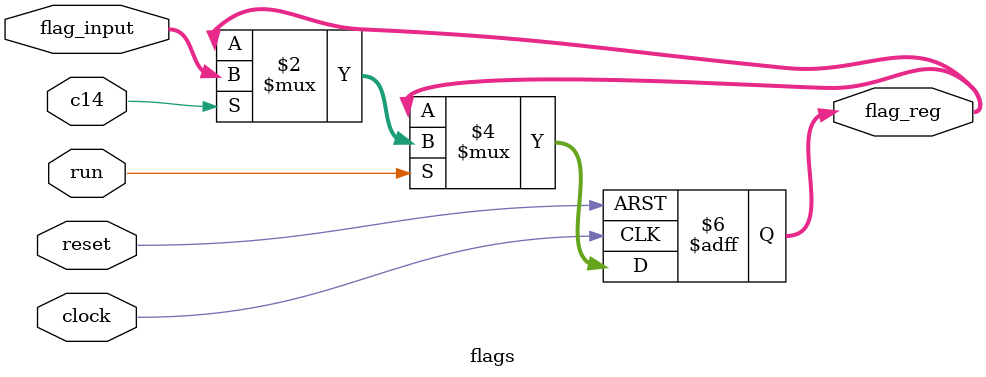
<source format=v>
/*
Flags register

Specifications:
4 bit register that updates every clock cycle where c14 is on, asynch reset

Flags: 3 = carry, 2 = overflow, 1 = negative, 0 = zero
*/

module flags (
    input run,
    input clock,
    input reset,
    input c14,
    input [3:0] flag_input,
    output reg [3:0] flag_reg
);

  always @(posedge clock or posedge reset) begin
    if (reset) begin
      flag_reg <= 4'b0;
    end else begin
      if (run) begin
        if (c14) begin
          flag_reg <= flag_input;
        end
      end
    end
  end

endmodule

</source>
